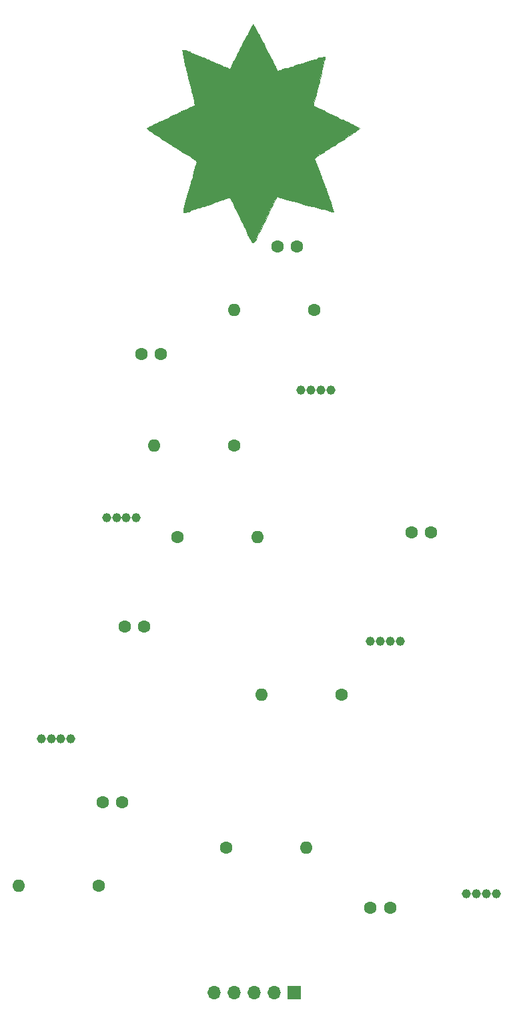
<source format=gbr>
%TF.GenerationSoftware,KiCad,Pcbnew,5.99.0+really5.1.10+dfsg1-1*%
%TF.CreationDate,2021-11-26T09:44:29+01:00*%
%TF.ProjectId,stromcek-led,7374726f-6d63-4656-9b2d-6c65642e6b69,rev?*%
%TF.SameCoordinates,Original*%
%TF.FileFunction,Soldermask,Bot*%
%TF.FilePolarity,Negative*%
%FSLAX46Y46*%
G04 Gerber Fmt 4.6, Leading zero omitted, Abs format (unit mm)*
G04 Created by KiCad (PCBNEW 5.99.0+really5.1.10+dfsg1-1) date 2021-11-26 09:44:29*
%MOMM*%
%LPD*%
G01*
G04 APERTURE LIST*
%ADD10C,0.010000*%
%ADD11O,1.600000X1.600000*%
%ADD12C,1.600000*%
%ADD13C,1.150000*%
%ADD14O,1.700000X1.700000*%
%ADD15R,1.700000X1.700000*%
G04 APERTURE END LIST*
D10*
%TO.C,FID1*%
G36*
X139862859Y-32884421D02*
G01*
X139870000Y-32928103D01*
X139904919Y-33029059D01*
X139995082Y-33190413D01*
X140084559Y-33324978D01*
X140212192Y-33520264D01*
X140310810Y-33699510D01*
X140346331Y-33785500D01*
X140403128Y-33933730D01*
X140448792Y-34013679D01*
X140504219Y-34101872D01*
X140597745Y-34268151D01*
X140709706Y-34477495D01*
X140716199Y-34489929D01*
X140887218Y-34814481D01*
X141014152Y-35046632D01*
X141109085Y-35207884D01*
X141176669Y-35309500D01*
X141236345Y-35428408D01*
X141302634Y-35610275D01*
X141322093Y-35674625D01*
X141378064Y-35837521D01*
X141429413Y-35933572D01*
X141445608Y-35944500D01*
X141499602Y-35992595D01*
X141586934Y-36141860D01*
X141711730Y-36399767D01*
X141778750Y-36547750D01*
X141878455Y-36738184D01*
X141998788Y-36928651D01*
X141998858Y-36928750D01*
X142096352Y-37092516D01*
X142208805Y-37319027D01*
X142287471Y-37500250D01*
X142408596Y-37776491D01*
X142555359Y-38078234D01*
X142647766Y-38252475D01*
X142752913Y-38449095D01*
X142827353Y-38603204D01*
X142854500Y-38679512D01*
X142907033Y-38704547D01*
X143032160Y-38699112D01*
X143181172Y-38670353D01*
X143305361Y-38625415D01*
X143330750Y-38609657D01*
X143431334Y-38563680D01*
X143622684Y-38498206D01*
X143871912Y-38422700D01*
X144146131Y-38346628D01*
X144412453Y-38279456D01*
X144637991Y-38230651D01*
X144664124Y-38225878D01*
X144860117Y-38177144D01*
X145004900Y-38115784D01*
X145045124Y-38083295D01*
X145149960Y-38007786D01*
X145299250Y-37954290D01*
X145494827Y-37910572D01*
X145644050Y-37877268D01*
X145783870Y-37838268D01*
X145851472Y-37810041D01*
X145949219Y-37776049D01*
X146078172Y-37748785D01*
X146259431Y-37705301D01*
X146462556Y-37638566D01*
X146474000Y-37634177D01*
X146690516Y-37558163D01*
X146979168Y-37467056D01*
X147291439Y-37375156D01*
X147578811Y-37296758D01*
X147786320Y-37247452D01*
X147936550Y-37193012D01*
X148021454Y-37117802D01*
X148022452Y-37115369D01*
X148097499Y-37055533D01*
X148273841Y-37027358D01*
X148405009Y-37024000D01*
X148604601Y-37013076D01*
X148748146Y-36984978D01*
X148792390Y-36959464D01*
X148853321Y-36906646D01*
X148891731Y-36955762D01*
X148898523Y-37082459D01*
X148881176Y-37197161D01*
X148839349Y-37396561D01*
X148788183Y-37651751D01*
X148755959Y-37817750D01*
X148706732Y-38045364D01*
X148655104Y-38237737D01*
X148622658Y-38328475D01*
X148578227Y-38464033D01*
X148530652Y-38669243D01*
X148505954Y-38804725D01*
X148458531Y-39068227D01*
X148403222Y-39335852D01*
X148379744Y-39437000D01*
X148323667Y-39670464D01*
X148271206Y-39896181D01*
X148260214Y-39945000D01*
X148204415Y-40139603D01*
X148138072Y-40302272D01*
X148136117Y-40305950D01*
X148080229Y-40474602D01*
X148061500Y-40635577D01*
X148044527Y-40782181D01*
X148005015Y-40861413D01*
X147957180Y-40942890D01*
X147918152Y-41092899D01*
X147916479Y-41103286D01*
X147877430Y-41319321D01*
X147837961Y-41500750D01*
X147800783Y-41669449D01*
X147780616Y-41787616D01*
X147739715Y-41927310D01*
X147721842Y-41961478D01*
X147676492Y-42074076D01*
X147616773Y-42274095D01*
X147552484Y-42524280D01*
X147493423Y-42787373D01*
X147462507Y-42947496D01*
X147443078Y-43089717D01*
X147466141Y-43176456D01*
X147557022Y-43243716D01*
X147724849Y-43320451D01*
X148077431Y-43473395D01*
X148340244Y-43585996D01*
X148539625Y-43669368D01*
X148701915Y-43734627D01*
X148760000Y-43757242D01*
X148913267Y-43824358D01*
X149006796Y-43880068D01*
X149014000Y-43887670D01*
X149083632Y-43933420D01*
X149242711Y-44017232D01*
X149464357Y-44126203D01*
X149721692Y-44247431D01*
X149987835Y-44368015D01*
X150235908Y-44475054D01*
X150249697Y-44480791D01*
X150438802Y-44577306D01*
X150592333Y-44685727D01*
X150617296Y-44709826D01*
X150754087Y-44805241D01*
X150867185Y-44834499D01*
X150987128Y-44860722D01*
X151181842Y-44930038D01*
X151412670Y-45028421D01*
X151452086Y-45046729D01*
X151710040Y-45167429D01*
X151960354Y-45283491D01*
X152150676Y-45370646D01*
X152157250Y-45373616D01*
X152319578Y-45453454D01*
X152426130Y-45518042D01*
X152443000Y-45533694D01*
X152511539Y-45583489D01*
X152662059Y-45671829D01*
X152863037Y-45780287D01*
X152879068Y-45788616D01*
X153283387Y-45998118D01*
X152974741Y-46273559D01*
X152805132Y-46415535D01*
X152666239Y-46514986D01*
X152593091Y-46549000D01*
X152506342Y-46599225D01*
X152488965Y-46630102D01*
X152421275Y-46694593D01*
X152267883Y-46796086D01*
X152057398Y-46916247D01*
X151974171Y-46960022D01*
X151755120Y-47080057D01*
X151587791Y-47185737D01*
X151498497Y-47259864D01*
X151490500Y-47276168D01*
X151438057Y-47344011D01*
X151309307Y-47422867D01*
X151284125Y-47434470D01*
X151118967Y-47520049D01*
X150998688Y-47604075D01*
X150993839Y-47608721D01*
X150875841Y-47680784D01*
X150819214Y-47692000D01*
X150737663Y-47727770D01*
X150728500Y-47755500D01*
X150677067Y-47811835D01*
X150633250Y-47819000D01*
X150548746Y-47853288D01*
X150538000Y-47882500D01*
X150486430Y-47938511D01*
X150440757Y-47946000D01*
X150334495Y-47995142D01*
X150310016Y-48033292D01*
X150235191Y-48110147D01*
X150085716Y-48201833D01*
X150010384Y-48237914D01*
X149844149Y-48315257D01*
X149733036Y-48374486D01*
X149712500Y-48389341D01*
X149624718Y-48459053D01*
X149476931Y-48556859D01*
X149310013Y-48658023D01*
X149164838Y-48737803D01*
X149082279Y-48771461D01*
X149081095Y-48771500D01*
X149004997Y-48821085D01*
X148950500Y-48898500D01*
X148876435Y-48998777D01*
X148829980Y-49025500D01*
X148755670Y-49054669D01*
X148596764Y-49133399D01*
X148379093Y-49248523D01*
X148204236Y-49344467D01*
X147904638Y-49520927D01*
X147711272Y-49663453D01*
X147613058Y-49786759D01*
X147598916Y-49905558D01*
X147657766Y-50034566D01*
X147670489Y-50053267D01*
X147739906Y-50164162D01*
X147757994Y-50216428D01*
X147770087Y-50279055D01*
X147819240Y-50415031D01*
X147838524Y-50462308D01*
X147900787Y-50629824D01*
X147933190Y-50753121D01*
X147934500Y-50768921D01*
X147966932Y-50875490D01*
X147978671Y-50890004D01*
X148028676Y-50988679D01*
X148035400Y-51019736D01*
X148079573Y-51206322D01*
X148141440Y-51336915D01*
X148192779Y-51375000D01*
X148237305Y-51429367D01*
X148252000Y-51533750D01*
X148277326Y-51653024D01*
X148326083Y-51692500D01*
X148369953Y-51716912D01*
X148360351Y-51732315D01*
X148356703Y-51810812D01*
X148397820Y-51955059D01*
X148413267Y-51994070D01*
X148475380Y-52174793D01*
X148505473Y-52325337D01*
X148506000Y-52339790D01*
X148549236Y-52486586D01*
X148601250Y-52558821D01*
X148680796Y-52691984D01*
X148696500Y-52772788D01*
X148726720Y-52892453D01*
X148760000Y-52930750D01*
X148809603Y-53018501D01*
X148823500Y-53121250D01*
X148847469Y-53254219D01*
X148887000Y-53311750D01*
X148940344Y-53401314D01*
X148950500Y-53474247D01*
X148979405Y-53575354D01*
X149017747Y-53597500D01*
X149057002Y-53635769D01*
X149048461Y-53656612D01*
X149056424Y-53738167D01*
X149076464Y-53755609D01*
X149128031Y-53844476D01*
X149141000Y-53937797D01*
X149173201Y-54086006D01*
X149217200Y-54156300D01*
X149257454Y-54220174D01*
X149241646Y-54232500D01*
X149233069Y-54276938D01*
X149282639Y-54375375D01*
X149370007Y-54551076D01*
X149410508Y-54677000D01*
X149456747Y-54848072D01*
X149521027Y-55046636D01*
X149525061Y-55058000D01*
X149591258Y-55243772D01*
X149645687Y-55397406D01*
X149649152Y-55407250D01*
X149696097Y-55539688D01*
X149766001Y-55735778D01*
X149807467Y-55851750D01*
X149880744Y-56081455D01*
X149936560Y-56300748D01*
X149951484Y-56381839D01*
X149981845Y-56594428D01*
X149743398Y-56562295D01*
X149576399Y-56523291D01*
X149469124Y-56468129D01*
X149459518Y-56456648D01*
X149375472Y-56406473D01*
X149208139Y-56356230D01*
X149071167Y-56329578D01*
X148837152Y-56285687D01*
X148541613Y-56220191D01*
X148245081Y-56146578D01*
X148220250Y-56139972D01*
X147975463Y-56074958D01*
X147774118Y-56022480D01*
X147650826Y-55991528D01*
X147634712Y-55987882D01*
X147527661Y-55940078D01*
X147513004Y-55927671D01*
X147423943Y-55896718D01*
X147270620Y-55883506D01*
X147267258Y-55883500D01*
X147080565Y-55864587D01*
X146851689Y-55817098D01*
X146769842Y-55794464D01*
X146599634Y-55750248D01*
X146492684Y-55735947D01*
X146474000Y-55743664D01*
X146438604Y-55740519D01*
X146397799Y-55705699D01*
X146280789Y-55648729D01*
X146143799Y-55629500D01*
X146015626Y-55610684D01*
X145966000Y-55568548D01*
X145950824Y-55537244D01*
X145892447Y-55503740D01*
X145771589Y-55461459D01*
X145568975Y-55403822D01*
X145265325Y-55324250D01*
X145204000Y-55308511D01*
X145058215Y-55269780D01*
X144821884Y-55205458D01*
X144526744Y-55124242D01*
X144204535Y-55034824D01*
X144179296Y-55027788D01*
X143866724Y-54943484D01*
X143588412Y-54873697D01*
X143372358Y-54825087D01*
X143246560Y-54804309D01*
X143238135Y-54804000D01*
X143080490Y-54761596D01*
X143004178Y-54708750D01*
X142904719Y-54631163D01*
X142857056Y-54613500D01*
X142807976Y-54666649D01*
X142723297Y-54805974D01*
X142618301Y-55001285D01*
X142508270Y-55222395D01*
X142408485Y-55439117D01*
X142334229Y-55621263D01*
X142310579Y-55693000D01*
X142262824Y-55824399D01*
X142226147Y-55883500D01*
X142178345Y-55955846D01*
X142089399Y-56119496D01*
X141971027Y-56350274D01*
X141834944Y-56624007D01*
X141692866Y-56916522D01*
X141556511Y-57203644D01*
X141437594Y-57461199D01*
X141347832Y-57665014D01*
X141298940Y-57790915D01*
X141295156Y-57804375D01*
X141246632Y-57930613D01*
X141194623Y-57979000D01*
X141128250Y-58030786D01*
X141099791Y-58090125D01*
X141047209Y-58219964D01*
X140954135Y-58421937D01*
X140835559Y-58666328D01*
X140706470Y-58923423D01*
X140581859Y-59163508D01*
X140476717Y-59356868D01*
X140406034Y-59473789D01*
X140393875Y-59489425D01*
X140324800Y-59625729D01*
X140314500Y-59696104D01*
X140282130Y-59834845D01*
X140199276Y-60018935D01*
X140087321Y-60213541D01*
X139967647Y-60383830D01*
X139861638Y-60494969D01*
X139809358Y-60519000D01*
X139734324Y-60479752D01*
X139692200Y-60442800D01*
X139624657Y-60334466D01*
X139616000Y-60290843D01*
X139565028Y-60204267D01*
X139520750Y-60178536D01*
X139436347Y-60098019D01*
X139425500Y-60052518D01*
X139380617Y-59939424D01*
X139330250Y-59884000D01*
X139249022Y-59764819D01*
X139235000Y-59696952D01*
X139208606Y-59608238D01*
X139136911Y-59430406D01*
X139122405Y-59397166D01*
X139764166Y-59397166D01*
X139772883Y-59434917D01*
X139806500Y-59439500D01*
X139858767Y-59416266D01*
X139848833Y-59397166D01*
X139773473Y-59389566D01*
X139764166Y-59397166D01*
X139122405Y-59397166D01*
X139031148Y-59188059D01*
X138902546Y-58905802D01*
X138762336Y-58608241D01*
X138621751Y-58319980D01*
X138492021Y-58065624D01*
X138479812Y-58042500D01*
X138422171Y-57932656D01*
X138361130Y-57813324D01*
X138287296Y-57665443D01*
X138191277Y-57469954D01*
X138063680Y-57207794D01*
X137895112Y-56859904D01*
X137791390Y-56645500D01*
X137613967Y-56277420D01*
X137441716Y-55917897D01*
X137288019Y-55595014D01*
X137166255Y-55336857D01*
X137103143Y-55200875D01*
X137001827Y-54990036D01*
X136923804Y-54870827D01*
X136843970Y-54817456D01*
X136737221Y-54804137D01*
X136716799Y-54804000D01*
X136563524Y-54821909D01*
X136474279Y-54865234D01*
X136472750Y-54867500D01*
X136382822Y-54921609D01*
X136315398Y-54931000D01*
X136174705Y-54958941D01*
X136017521Y-55021456D01*
X135840463Y-55095025D01*
X135618358Y-55168055D01*
X135552000Y-55186395D01*
X135357559Y-55242054D01*
X135205264Y-55294274D01*
X135168915Y-55310114D01*
X135039791Y-55358069D01*
X134864841Y-55404757D01*
X134863000Y-55405163D01*
X134709730Y-55462643D01*
X134620546Y-55540061D01*
X134618122Y-55545562D01*
X134576299Y-55605360D01*
X134528135Y-55555449D01*
X134483132Y-55507082D01*
X134473472Y-55550125D01*
X134419582Y-55614578D01*
X134345500Y-55629500D01*
X134242249Y-55651697D01*
X134218500Y-55682416D01*
X134167757Y-55736138D01*
X134139125Y-55742195D01*
X133938652Y-55775956D01*
X133807861Y-55830026D01*
X133797004Y-55839328D01*
X133706558Y-55871876D01*
X133575071Y-55883500D01*
X133389896Y-55909312D01*
X133191452Y-55971510D01*
X133188779Y-55972647D01*
X133020812Y-56037483D01*
X132811583Y-56109162D01*
X132603377Y-56174322D01*
X132438477Y-56219599D01*
X132366416Y-56232526D01*
X132286630Y-56271022D01*
X132276458Y-56280375D01*
X132180633Y-56318368D01*
X132083821Y-56328000D01*
X131948041Y-56363674D01*
X131888030Y-56417670D01*
X131804809Y-56476441D01*
X131639276Y-56544749D01*
X131432636Y-56610661D01*
X131226095Y-56662241D01*
X131060857Y-56687557D01*
X130983753Y-56679569D01*
X130959334Y-56602471D01*
X130958425Y-56450084D01*
X130976717Y-56271038D01*
X131009899Y-56113957D01*
X131040255Y-56042250D01*
X131072051Y-55942045D01*
X131097082Y-55772753D01*
X131101101Y-55724750D01*
X131128075Y-55541995D01*
X131172553Y-55409063D01*
X131184196Y-55391375D01*
X131222562Y-55323322D01*
X131213265Y-55312000D01*
X131211157Y-55260909D01*
X131251708Y-55134429D01*
X131266472Y-55097815D01*
X131315305Y-54947699D01*
X131321038Y-54852014D01*
X131316148Y-54843815D01*
X131322361Y-54806071D01*
X131340753Y-54804000D01*
X131387661Y-54748755D01*
X131410523Y-54615762D01*
X131410565Y-54614347D01*
X131430488Y-54450119D01*
X131466016Y-54344472D01*
X131519507Y-54212676D01*
X131534366Y-54146722D01*
X131562641Y-54030791D01*
X131620083Y-53834949D01*
X131694822Y-53599468D01*
X131702813Y-53575222D01*
X131792019Y-53289879D01*
X131876464Y-52993757D01*
X131932800Y-52772000D01*
X131986749Y-52566118D01*
X132040681Y-52407714D01*
X132070043Y-52350059D01*
X132115255Y-52250843D01*
X132115146Y-52223059D01*
X132124917Y-52120863D01*
X132139954Y-52073500D01*
X132162345Y-52005517D01*
X132186923Y-51902620D01*
X132218956Y-51738890D01*
X132263714Y-51488410D01*
X132291779Y-51326786D01*
X132332050Y-51174530D01*
X132381057Y-51086986D01*
X132384015Y-51084913D01*
X132424963Y-51002338D01*
X132440500Y-50867000D01*
X132461878Y-50720732D01*
X132508329Y-50642074D01*
X132550544Y-50555224D01*
X132542852Y-50513360D01*
X132547229Y-50413994D01*
X132570273Y-50389036D01*
X132633447Y-50292306D01*
X132595681Y-50166999D01*
X132469204Y-50042167D01*
X132408750Y-50005309D01*
X132267987Y-49918336D01*
X132191253Y-49849205D01*
X132186500Y-49836559D01*
X132135236Y-49792300D01*
X132096541Y-49787500D01*
X132000130Y-49744991D01*
X131982805Y-49716166D01*
X131903189Y-49630503D01*
X131708980Y-49501313D01*
X131404016Y-49330933D01*
X131066803Y-49158555D01*
X130864396Y-49047238D01*
X130710794Y-48942525D01*
X130640170Y-48868402D01*
X130555736Y-48782899D01*
X130505742Y-48771500D01*
X130419967Y-48737824D01*
X130408500Y-48708000D01*
X130358968Y-48647963D01*
X130335118Y-48644500D01*
X130239629Y-48609413D01*
X130097150Y-48522750D01*
X130065243Y-48499954D01*
X129875166Y-48375117D01*
X129656436Y-48251221D01*
X129614750Y-48230079D01*
X129447665Y-48136063D01*
X129331009Y-48049455D01*
X129309969Y-48025375D01*
X129207832Y-47952554D01*
X129167094Y-47946000D01*
X129084635Y-47910693D01*
X129075000Y-47882500D01*
X129023567Y-47826164D01*
X128979750Y-47819000D01*
X128895246Y-47784711D01*
X128884500Y-47755500D01*
X128833398Y-47698414D01*
X128793785Y-47692000D01*
X128673304Y-47650332D01*
X128619160Y-47608721D01*
X128504464Y-47526312D01*
X128340181Y-47439521D01*
X128328875Y-47434470D01*
X128191628Y-47354742D01*
X128123986Y-47277735D01*
X128122500Y-47268028D01*
X128069831Y-47190215D01*
X127995500Y-47152250D01*
X127892876Y-47095240D01*
X127868500Y-47052720D01*
X127817595Y-46998915D01*
X127781248Y-46993500D01*
X127675752Y-46964298D01*
X127517620Y-46891285D01*
X127345497Y-46796348D01*
X127198030Y-46701374D01*
X127113863Y-46628250D01*
X127106500Y-46611350D01*
X127054478Y-46550298D01*
X126988537Y-46520118D01*
X126877843Y-46457588D01*
X126718682Y-46336600D01*
X126603457Y-46236076D01*
X126336340Y-45989475D01*
X126753170Y-45784270D01*
X126955444Y-45679308D01*
X127103597Y-45592169D01*
X127169054Y-45539839D01*
X127170000Y-45536503D01*
X127222902Y-45488541D01*
X127356943Y-45415695D01*
X127439875Y-45377998D01*
X127634695Y-45291631D01*
X127889961Y-45174952D01*
X128151650Y-45052664D01*
X128160913Y-45048278D01*
X128393842Y-44945726D01*
X128597197Y-44870039D01*
X128732405Y-44835315D01*
X128745814Y-44834500D01*
X128889532Y-44789852D01*
X128996360Y-44709121D01*
X129111726Y-44623041D01*
X129305458Y-44514431D01*
X129537166Y-44405776D01*
X129554459Y-44398457D01*
X129951405Y-44229518D01*
X130241983Y-44100066D01*
X130438375Y-44004042D01*
X130552766Y-43935389D01*
X130597337Y-43888048D01*
X130599000Y-43879028D01*
X130650536Y-43825448D01*
X130695111Y-43818500D01*
X130831572Y-43788880D01*
X130901486Y-43757940D01*
X131002756Y-43709353D01*
X131192261Y-43624326D01*
X131441157Y-43515635D01*
X131671349Y-43416957D01*
X131940397Y-43296902D01*
X132165716Y-43185732D01*
X132321361Y-43096931D01*
X132379618Y-43048891D01*
X132388203Y-42948485D01*
X132366523Y-42762865D01*
X132319233Y-42528921D01*
X132308479Y-42485000D01*
X132250153Y-42235193D01*
X132207195Y-42017061D01*
X132187917Y-41873387D01*
X132187585Y-41862721D01*
X132157383Y-41698257D01*
X132096239Y-41542148D01*
X132022072Y-41350130D01*
X131975056Y-41148426D01*
X131951612Y-41003113D01*
X131934206Y-40930983D01*
X131932500Y-40929250D01*
X131916980Y-40873790D01*
X131893927Y-40737483D01*
X131889842Y-40709189D01*
X131851833Y-40525628D01*
X131802524Y-40384043D01*
X131800409Y-40379988D01*
X131749690Y-40231781D01*
X131742000Y-40165146D01*
X131716828Y-40035964D01*
X131655871Y-39867862D01*
X131652086Y-39859346D01*
X131587487Y-39690672D01*
X131533218Y-39484365D01*
X131481413Y-39206731D01*
X131445946Y-38976226D01*
X131409530Y-38812596D01*
X131363837Y-38711303D01*
X131354292Y-38702604D01*
X131315558Y-38621032D01*
X131297645Y-38469678D01*
X131297500Y-38454294D01*
X131281526Y-38304102D01*
X131242569Y-38222421D01*
X131237572Y-38219916D01*
X131193878Y-38149721D01*
X131152918Y-37996899D01*
X131139145Y-37913000D01*
X131105709Y-37676427D01*
X131076338Y-37507050D01*
X131040297Y-37345931D01*
X131023471Y-37278000D01*
X130955927Y-36950701D01*
X130892125Y-36528547D01*
X130872713Y-36373125D01*
X130836841Y-36071500D01*
X131055034Y-36071500D01*
X131243504Y-36098387D01*
X131394453Y-36163213D01*
X131396488Y-36164730D01*
X131551268Y-36240595D01*
X131655831Y-36259980D01*
X131781066Y-36301054D01*
X131828463Y-36357249D01*
X131906662Y-36441612D01*
X131950329Y-36452500D01*
X132057006Y-36478680D01*
X132223082Y-36544395D01*
X132289978Y-36575380D01*
X132491115Y-36663451D01*
X132676096Y-36730177D01*
X132714655Y-36741014D01*
X132838906Y-36791375D01*
X132885000Y-36844131D01*
X132922581Y-36878849D01*
X132937177Y-36872247D01*
X133025775Y-36875031D01*
X133149460Y-36923062D01*
X133325260Y-36992743D01*
X133531812Y-37047772D01*
X133541782Y-37049690D01*
X133692167Y-37091400D01*
X133770709Y-37139530D01*
X133774000Y-37149598D01*
X133826874Y-37209674D01*
X133916875Y-37250254D01*
X134063221Y-37304620D01*
X134257789Y-37387446D01*
X134325373Y-37418278D01*
X134506227Y-37496346D01*
X134649065Y-37547355D01*
X134684092Y-37555653D01*
X134817430Y-37605365D01*
X134862969Y-37634470D01*
X134973578Y-37691566D01*
X135151995Y-37759234D01*
X135234500Y-37785603D01*
X135418004Y-37847718D01*
X135550651Y-37905064D01*
X135580574Y-37924041D01*
X135696809Y-37973921D01*
X135726105Y-37976499D01*
X135831528Y-38016826D01*
X135947628Y-38103499D01*
X136092609Y-38197574D01*
X136217297Y-38230499D01*
X136360452Y-38258853D01*
X136541921Y-38328721D01*
X136575614Y-38345194D01*
X136783731Y-38426084D01*
X136909159Y-38415536D01*
X136949000Y-38320458D01*
X136985030Y-38239407D01*
X137012500Y-38230500D01*
X137070465Y-38179815D01*
X137076000Y-38145006D01*
X137101798Y-38030025D01*
X137163342Y-37875131D01*
X137253045Y-37678707D01*
X137337593Y-37484374D01*
X137407510Y-37347302D01*
X137465979Y-37279546D01*
X137472501Y-37277999D01*
X137515294Y-37226438D01*
X137520500Y-37183983D01*
X137552861Y-37083316D01*
X137636934Y-36916872D01*
X137733027Y-36755358D01*
X137854625Y-36547156D01*
X137948996Y-36355244D01*
X137987122Y-36250565D01*
X138054190Y-36084654D01*
X138125725Y-35983346D01*
X138210166Y-35860758D01*
X138294270Y-35682567D01*
X138308099Y-35645531D01*
X138402868Y-35420051D01*
X138517946Y-35197237D01*
X138526659Y-35182500D01*
X138626176Y-35005371D01*
X138750135Y-34769715D01*
X138851467Y-34567569D01*
X138956075Y-34364838D01*
X139046281Y-34210566D01*
X139102584Y-34138096D01*
X139102644Y-34138059D01*
X139159129Y-34058273D01*
X139224308Y-33906763D01*
X139238889Y-33863990D01*
X139322172Y-33673553D01*
X139449867Y-33450133D01*
X139529272Y-33332492D01*
X139646905Y-33153480D01*
X139724533Y-33002651D01*
X139743000Y-32935617D01*
X139775126Y-32846488D01*
X139806500Y-32833000D01*
X139862859Y-32884421D01*
G37*
X139862859Y-32884421D02*
X139870000Y-32928103D01*
X139904919Y-33029059D01*
X139995082Y-33190413D01*
X140084559Y-33324978D01*
X140212192Y-33520264D01*
X140310810Y-33699510D01*
X140346331Y-33785500D01*
X140403128Y-33933730D01*
X140448792Y-34013679D01*
X140504219Y-34101872D01*
X140597745Y-34268151D01*
X140709706Y-34477495D01*
X140716199Y-34489929D01*
X140887218Y-34814481D01*
X141014152Y-35046632D01*
X141109085Y-35207884D01*
X141176669Y-35309500D01*
X141236345Y-35428408D01*
X141302634Y-35610275D01*
X141322093Y-35674625D01*
X141378064Y-35837521D01*
X141429413Y-35933572D01*
X141445608Y-35944500D01*
X141499602Y-35992595D01*
X141586934Y-36141860D01*
X141711730Y-36399767D01*
X141778750Y-36547750D01*
X141878455Y-36738184D01*
X141998788Y-36928651D01*
X141998858Y-36928750D01*
X142096352Y-37092516D01*
X142208805Y-37319027D01*
X142287471Y-37500250D01*
X142408596Y-37776491D01*
X142555359Y-38078234D01*
X142647766Y-38252475D01*
X142752913Y-38449095D01*
X142827353Y-38603204D01*
X142854500Y-38679512D01*
X142907033Y-38704547D01*
X143032160Y-38699112D01*
X143181172Y-38670353D01*
X143305361Y-38625415D01*
X143330750Y-38609657D01*
X143431334Y-38563680D01*
X143622684Y-38498206D01*
X143871912Y-38422700D01*
X144146131Y-38346628D01*
X144412453Y-38279456D01*
X144637991Y-38230651D01*
X144664124Y-38225878D01*
X144860117Y-38177144D01*
X145004900Y-38115784D01*
X145045124Y-38083295D01*
X145149960Y-38007786D01*
X145299250Y-37954290D01*
X145494827Y-37910572D01*
X145644050Y-37877268D01*
X145783870Y-37838268D01*
X145851472Y-37810041D01*
X145949219Y-37776049D01*
X146078172Y-37748785D01*
X146259431Y-37705301D01*
X146462556Y-37638566D01*
X146474000Y-37634177D01*
X146690516Y-37558163D01*
X146979168Y-37467056D01*
X147291439Y-37375156D01*
X147578811Y-37296758D01*
X147786320Y-37247452D01*
X147936550Y-37193012D01*
X148021454Y-37117802D01*
X148022452Y-37115369D01*
X148097499Y-37055533D01*
X148273841Y-37027358D01*
X148405009Y-37024000D01*
X148604601Y-37013076D01*
X148748146Y-36984978D01*
X148792390Y-36959464D01*
X148853321Y-36906646D01*
X148891731Y-36955762D01*
X148898523Y-37082459D01*
X148881176Y-37197161D01*
X148839349Y-37396561D01*
X148788183Y-37651751D01*
X148755959Y-37817750D01*
X148706732Y-38045364D01*
X148655104Y-38237737D01*
X148622658Y-38328475D01*
X148578227Y-38464033D01*
X148530652Y-38669243D01*
X148505954Y-38804725D01*
X148458531Y-39068227D01*
X148403222Y-39335852D01*
X148379744Y-39437000D01*
X148323667Y-39670464D01*
X148271206Y-39896181D01*
X148260214Y-39945000D01*
X148204415Y-40139603D01*
X148138072Y-40302272D01*
X148136117Y-40305950D01*
X148080229Y-40474602D01*
X148061500Y-40635577D01*
X148044527Y-40782181D01*
X148005015Y-40861413D01*
X147957180Y-40942890D01*
X147918152Y-41092899D01*
X147916479Y-41103286D01*
X147877430Y-41319321D01*
X147837961Y-41500750D01*
X147800783Y-41669449D01*
X147780616Y-41787616D01*
X147739715Y-41927310D01*
X147721842Y-41961478D01*
X147676492Y-42074076D01*
X147616773Y-42274095D01*
X147552484Y-42524280D01*
X147493423Y-42787373D01*
X147462507Y-42947496D01*
X147443078Y-43089717D01*
X147466141Y-43176456D01*
X147557022Y-43243716D01*
X147724849Y-43320451D01*
X148077431Y-43473395D01*
X148340244Y-43585996D01*
X148539625Y-43669368D01*
X148701915Y-43734627D01*
X148760000Y-43757242D01*
X148913267Y-43824358D01*
X149006796Y-43880068D01*
X149014000Y-43887670D01*
X149083632Y-43933420D01*
X149242711Y-44017232D01*
X149464357Y-44126203D01*
X149721692Y-44247431D01*
X149987835Y-44368015D01*
X150235908Y-44475054D01*
X150249697Y-44480791D01*
X150438802Y-44577306D01*
X150592333Y-44685727D01*
X150617296Y-44709826D01*
X150754087Y-44805241D01*
X150867185Y-44834499D01*
X150987128Y-44860722D01*
X151181842Y-44930038D01*
X151412670Y-45028421D01*
X151452086Y-45046729D01*
X151710040Y-45167429D01*
X151960354Y-45283491D01*
X152150676Y-45370646D01*
X152157250Y-45373616D01*
X152319578Y-45453454D01*
X152426130Y-45518042D01*
X152443000Y-45533694D01*
X152511539Y-45583489D01*
X152662059Y-45671829D01*
X152863037Y-45780287D01*
X152879068Y-45788616D01*
X153283387Y-45998118D01*
X152974741Y-46273559D01*
X152805132Y-46415535D01*
X152666239Y-46514986D01*
X152593091Y-46549000D01*
X152506342Y-46599225D01*
X152488965Y-46630102D01*
X152421275Y-46694593D01*
X152267883Y-46796086D01*
X152057398Y-46916247D01*
X151974171Y-46960022D01*
X151755120Y-47080057D01*
X151587791Y-47185737D01*
X151498497Y-47259864D01*
X151490500Y-47276168D01*
X151438057Y-47344011D01*
X151309307Y-47422867D01*
X151284125Y-47434470D01*
X151118967Y-47520049D01*
X150998688Y-47604075D01*
X150993839Y-47608721D01*
X150875841Y-47680784D01*
X150819214Y-47692000D01*
X150737663Y-47727770D01*
X150728500Y-47755500D01*
X150677067Y-47811835D01*
X150633250Y-47819000D01*
X150548746Y-47853288D01*
X150538000Y-47882500D01*
X150486430Y-47938511D01*
X150440757Y-47946000D01*
X150334495Y-47995142D01*
X150310016Y-48033292D01*
X150235191Y-48110147D01*
X150085716Y-48201833D01*
X150010384Y-48237914D01*
X149844149Y-48315257D01*
X149733036Y-48374486D01*
X149712500Y-48389341D01*
X149624718Y-48459053D01*
X149476931Y-48556859D01*
X149310013Y-48658023D01*
X149164838Y-48737803D01*
X149082279Y-48771461D01*
X149081095Y-48771500D01*
X149004997Y-48821085D01*
X148950500Y-48898500D01*
X148876435Y-48998777D01*
X148829980Y-49025500D01*
X148755670Y-49054669D01*
X148596764Y-49133399D01*
X148379093Y-49248523D01*
X148204236Y-49344467D01*
X147904638Y-49520927D01*
X147711272Y-49663453D01*
X147613058Y-49786759D01*
X147598916Y-49905558D01*
X147657766Y-50034566D01*
X147670489Y-50053267D01*
X147739906Y-50164162D01*
X147757994Y-50216428D01*
X147770087Y-50279055D01*
X147819240Y-50415031D01*
X147838524Y-50462308D01*
X147900787Y-50629824D01*
X147933190Y-50753121D01*
X147934500Y-50768921D01*
X147966932Y-50875490D01*
X147978671Y-50890004D01*
X148028676Y-50988679D01*
X148035400Y-51019736D01*
X148079573Y-51206322D01*
X148141440Y-51336915D01*
X148192779Y-51375000D01*
X148237305Y-51429367D01*
X148252000Y-51533750D01*
X148277326Y-51653024D01*
X148326083Y-51692500D01*
X148369953Y-51716912D01*
X148360351Y-51732315D01*
X148356703Y-51810812D01*
X148397820Y-51955059D01*
X148413267Y-51994070D01*
X148475380Y-52174793D01*
X148505473Y-52325337D01*
X148506000Y-52339790D01*
X148549236Y-52486586D01*
X148601250Y-52558821D01*
X148680796Y-52691984D01*
X148696500Y-52772788D01*
X148726720Y-52892453D01*
X148760000Y-52930750D01*
X148809603Y-53018501D01*
X148823500Y-53121250D01*
X148847469Y-53254219D01*
X148887000Y-53311750D01*
X148940344Y-53401314D01*
X148950500Y-53474247D01*
X148979405Y-53575354D01*
X149017747Y-53597500D01*
X149057002Y-53635769D01*
X149048461Y-53656612D01*
X149056424Y-53738167D01*
X149076464Y-53755609D01*
X149128031Y-53844476D01*
X149141000Y-53937797D01*
X149173201Y-54086006D01*
X149217200Y-54156300D01*
X149257454Y-54220174D01*
X149241646Y-54232500D01*
X149233069Y-54276938D01*
X149282639Y-54375375D01*
X149370007Y-54551076D01*
X149410508Y-54677000D01*
X149456747Y-54848072D01*
X149521027Y-55046636D01*
X149525061Y-55058000D01*
X149591258Y-55243772D01*
X149645687Y-55397406D01*
X149649152Y-55407250D01*
X149696097Y-55539688D01*
X149766001Y-55735778D01*
X149807467Y-55851750D01*
X149880744Y-56081455D01*
X149936560Y-56300748D01*
X149951484Y-56381839D01*
X149981845Y-56594428D01*
X149743398Y-56562295D01*
X149576399Y-56523291D01*
X149469124Y-56468129D01*
X149459518Y-56456648D01*
X149375472Y-56406473D01*
X149208139Y-56356230D01*
X149071167Y-56329578D01*
X148837152Y-56285687D01*
X148541613Y-56220191D01*
X148245081Y-56146578D01*
X148220250Y-56139972D01*
X147975463Y-56074958D01*
X147774118Y-56022480D01*
X147650826Y-55991528D01*
X147634712Y-55987882D01*
X147527661Y-55940078D01*
X147513004Y-55927671D01*
X147423943Y-55896718D01*
X147270620Y-55883506D01*
X147267258Y-55883500D01*
X147080565Y-55864587D01*
X146851689Y-55817098D01*
X146769842Y-55794464D01*
X146599634Y-55750248D01*
X146492684Y-55735947D01*
X146474000Y-55743664D01*
X146438604Y-55740519D01*
X146397799Y-55705699D01*
X146280789Y-55648729D01*
X146143799Y-55629500D01*
X146015626Y-55610684D01*
X145966000Y-55568548D01*
X145950824Y-55537244D01*
X145892447Y-55503740D01*
X145771589Y-55461459D01*
X145568975Y-55403822D01*
X145265325Y-55324250D01*
X145204000Y-55308511D01*
X145058215Y-55269780D01*
X144821884Y-55205458D01*
X144526744Y-55124242D01*
X144204535Y-55034824D01*
X144179296Y-55027788D01*
X143866724Y-54943484D01*
X143588412Y-54873697D01*
X143372358Y-54825087D01*
X143246560Y-54804309D01*
X143238135Y-54804000D01*
X143080490Y-54761596D01*
X143004178Y-54708750D01*
X142904719Y-54631163D01*
X142857056Y-54613500D01*
X142807976Y-54666649D01*
X142723297Y-54805974D01*
X142618301Y-55001285D01*
X142508270Y-55222395D01*
X142408485Y-55439117D01*
X142334229Y-55621263D01*
X142310579Y-55693000D01*
X142262824Y-55824399D01*
X142226147Y-55883500D01*
X142178345Y-55955846D01*
X142089399Y-56119496D01*
X141971027Y-56350274D01*
X141834944Y-56624007D01*
X141692866Y-56916522D01*
X141556511Y-57203644D01*
X141437594Y-57461199D01*
X141347832Y-57665014D01*
X141298940Y-57790915D01*
X141295156Y-57804375D01*
X141246632Y-57930613D01*
X141194623Y-57979000D01*
X141128250Y-58030786D01*
X141099791Y-58090125D01*
X141047209Y-58219964D01*
X140954135Y-58421937D01*
X140835559Y-58666328D01*
X140706470Y-58923423D01*
X140581859Y-59163508D01*
X140476717Y-59356868D01*
X140406034Y-59473789D01*
X140393875Y-59489425D01*
X140324800Y-59625729D01*
X140314500Y-59696104D01*
X140282130Y-59834845D01*
X140199276Y-60018935D01*
X140087321Y-60213541D01*
X139967647Y-60383830D01*
X139861638Y-60494969D01*
X139809358Y-60519000D01*
X139734324Y-60479752D01*
X139692200Y-60442800D01*
X139624657Y-60334466D01*
X139616000Y-60290843D01*
X139565028Y-60204267D01*
X139520750Y-60178536D01*
X139436347Y-60098019D01*
X139425500Y-60052518D01*
X139380617Y-59939424D01*
X139330250Y-59884000D01*
X139249022Y-59764819D01*
X139235000Y-59696952D01*
X139208606Y-59608238D01*
X139136911Y-59430406D01*
X139122405Y-59397166D01*
X139764166Y-59397166D01*
X139772883Y-59434917D01*
X139806500Y-59439500D01*
X139858767Y-59416266D01*
X139848833Y-59397166D01*
X139773473Y-59389566D01*
X139764166Y-59397166D01*
X139122405Y-59397166D01*
X139031148Y-59188059D01*
X138902546Y-58905802D01*
X138762336Y-58608241D01*
X138621751Y-58319980D01*
X138492021Y-58065624D01*
X138479812Y-58042500D01*
X138422171Y-57932656D01*
X138361130Y-57813324D01*
X138287296Y-57665443D01*
X138191277Y-57469954D01*
X138063680Y-57207794D01*
X137895112Y-56859904D01*
X137791390Y-56645500D01*
X137613967Y-56277420D01*
X137441716Y-55917897D01*
X137288019Y-55595014D01*
X137166255Y-55336857D01*
X137103143Y-55200875D01*
X137001827Y-54990036D01*
X136923804Y-54870827D01*
X136843970Y-54817456D01*
X136737221Y-54804137D01*
X136716799Y-54804000D01*
X136563524Y-54821909D01*
X136474279Y-54865234D01*
X136472750Y-54867500D01*
X136382822Y-54921609D01*
X136315398Y-54931000D01*
X136174705Y-54958941D01*
X136017521Y-55021456D01*
X135840463Y-55095025D01*
X135618358Y-55168055D01*
X135552000Y-55186395D01*
X135357559Y-55242054D01*
X135205264Y-55294274D01*
X135168915Y-55310114D01*
X135039791Y-55358069D01*
X134864841Y-55404757D01*
X134863000Y-55405163D01*
X134709730Y-55462643D01*
X134620546Y-55540061D01*
X134618122Y-55545562D01*
X134576299Y-55605360D01*
X134528135Y-55555449D01*
X134483132Y-55507082D01*
X134473472Y-55550125D01*
X134419582Y-55614578D01*
X134345500Y-55629500D01*
X134242249Y-55651697D01*
X134218500Y-55682416D01*
X134167757Y-55736138D01*
X134139125Y-55742195D01*
X133938652Y-55775956D01*
X133807861Y-55830026D01*
X133797004Y-55839328D01*
X133706558Y-55871876D01*
X133575071Y-55883500D01*
X133389896Y-55909312D01*
X133191452Y-55971510D01*
X133188779Y-55972647D01*
X133020812Y-56037483D01*
X132811583Y-56109162D01*
X132603377Y-56174322D01*
X132438477Y-56219599D01*
X132366416Y-56232526D01*
X132286630Y-56271022D01*
X132276458Y-56280375D01*
X132180633Y-56318368D01*
X132083821Y-56328000D01*
X131948041Y-56363674D01*
X131888030Y-56417670D01*
X131804809Y-56476441D01*
X131639276Y-56544749D01*
X131432636Y-56610661D01*
X131226095Y-56662241D01*
X131060857Y-56687557D01*
X130983753Y-56679569D01*
X130959334Y-56602471D01*
X130958425Y-56450084D01*
X130976717Y-56271038D01*
X131009899Y-56113957D01*
X131040255Y-56042250D01*
X131072051Y-55942045D01*
X131097082Y-55772753D01*
X131101101Y-55724750D01*
X131128075Y-55541995D01*
X131172553Y-55409063D01*
X131184196Y-55391375D01*
X131222562Y-55323322D01*
X131213265Y-55312000D01*
X131211157Y-55260909D01*
X131251708Y-55134429D01*
X131266472Y-55097815D01*
X131315305Y-54947699D01*
X131321038Y-54852014D01*
X131316148Y-54843815D01*
X131322361Y-54806071D01*
X131340753Y-54804000D01*
X131387661Y-54748755D01*
X131410523Y-54615762D01*
X131410565Y-54614347D01*
X131430488Y-54450119D01*
X131466016Y-54344472D01*
X131519507Y-54212676D01*
X131534366Y-54146722D01*
X131562641Y-54030791D01*
X131620083Y-53834949D01*
X131694822Y-53599468D01*
X131702813Y-53575222D01*
X131792019Y-53289879D01*
X131876464Y-52993757D01*
X131932800Y-52772000D01*
X131986749Y-52566118D01*
X132040681Y-52407714D01*
X132070043Y-52350059D01*
X132115255Y-52250843D01*
X132115146Y-52223059D01*
X132124917Y-52120863D01*
X132139954Y-52073500D01*
X132162345Y-52005517D01*
X132186923Y-51902620D01*
X132218956Y-51738890D01*
X132263714Y-51488410D01*
X132291779Y-51326786D01*
X132332050Y-51174530D01*
X132381057Y-51086986D01*
X132384015Y-51084913D01*
X132424963Y-51002338D01*
X132440500Y-50867000D01*
X132461878Y-50720732D01*
X132508329Y-50642074D01*
X132550544Y-50555224D01*
X132542852Y-50513360D01*
X132547229Y-50413994D01*
X132570273Y-50389036D01*
X132633447Y-50292306D01*
X132595681Y-50166999D01*
X132469204Y-50042167D01*
X132408750Y-50005309D01*
X132267987Y-49918336D01*
X132191253Y-49849205D01*
X132186500Y-49836559D01*
X132135236Y-49792300D01*
X132096541Y-49787500D01*
X132000130Y-49744991D01*
X131982805Y-49716166D01*
X131903189Y-49630503D01*
X131708980Y-49501313D01*
X131404016Y-49330933D01*
X131066803Y-49158555D01*
X130864396Y-49047238D01*
X130710794Y-48942525D01*
X130640170Y-48868402D01*
X130555736Y-48782899D01*
X130505742Y-48771500D01*
X130419967Y-48737824D01*
X130408500Y-48708000D01*
X130358968Y-48647963D01*
X130335118Y-48644500D01*
X130239629Y-48609413D01*
X130097150Y-48522750D01*
X130065243Y-48499954D01*
X129875166Y-48375117D01*
X129656436Y-48251221D01*
X129614750Y-48230079D01*
X129447665Y-48136063D01*
X129331009Y-48049455D01*
X129309969Y-48025375D01*
X129207832Y-47952554D01*
X129167094Y-47946000D01*
X129084635Y-47910693D01*
X129075000Y-47882500D01*
X129023567Y-47826164D01*
X128979750Y-47819000D01*
X128895246Y-47784711D01*
X128884500Y-47755500D01*
X128833398Y-47698414D01*
X128793785Y-47692000D01*
X128673304Y-47650332D01*
X128619160Y-47608721D01*
X128504464Y-47526312D01*
X128340181Y-47439521D01*
X128328875Y-47434470D01*
X128191628Y-47354742D01*
X128123986Y-47277735D01*
X128122500Y-47268028D01*
X128069831Y-47190215D01*
X127995500Y-47152250D01*
X127892876Y-47095240D01*
X127868500Y-47052720D01*
X127817595Y-46998915D01*
X127781248Y-46993500D01*
X127675752Y-46964298D01*
X127517620Y-46891285D01*
X127345497Y-46796348D01*
X127198030Y-46701374D01*
X127113863Y-46628250D01*
X127106500Y-46611350D01*
X127054478Y-46550298D01*
X126988537Y-46520118D01*
X126877843Y-46457588D01*
X126718682Y-46336600D01*
X126603457Y-46236076D01*
X126336340Y-45989475D01*
X126753170Y-45784270D01*
X126955444Y-45679308D01*
X127103597Y-45592169D01*
X127169054Y-45539839D01*
X127170000Y-45536503D01*
X127222902Y-45488541D01*
X127356943Y-45415695D01*
X127439875Y-45377998D01*
X127634695Y-45291631D01*
X127889961Y-45174952D01*
X128151650Y-45052664D01*
X128160913Y-45048278D01*
X128393842Y-44945726D01*
X128597197Y-44870039D01*
X128732405Y-44835315D01*
X128745814Y-44834500D01*
X128889532Y-44789852D01*
X128996360Y-44709121D01*
X129111726Y-44623041D01*
X129305458Y-44514431D01*
X129537166Y-44405776D01*
X129554459Y-44398457D01*
X129951405Y-44229518D01*
X130241983Y-44100066D01*
X130438375Y-44004042D01*
X130552766Y-43935389D01*
X130597337Y-43888048D01*
X130599000Y-43879028D01*
X130650536Y-43825448D01*
X130695111Y-43818500D01*
X130831572Y-43788880D01*
X130901486Y-43757940D01*
X131002756Y-43709353D01*
X131192261Y-43624326D01*
X131441157Y-43515635D01*
X131671349Y-43416957D01*
X131940397Y-43296902D01*
X132165716Y-43185732D01*
X132321361Y-43096931D01*
X132379618Y-43048891D01*
X132388203Y-42948485D01*
X132366523Y-42762865D01*
X132319233Y-42528921D01*
X132308479Y-42485000D01*
X132250153Y-42235193D01*
X132207195Y-42017061D01*
X132187917Y-41873387D01*
X132187585Y-41862721D01*
X132157383Y-41698257D01*
X132096239Y-41542148D01*
X132022072Y-41350130D01*
X131975056Y-41148426D01*
X131951612Y-41003113D01*
X131934206Y-40930983D01*
X131932500Y-40929250D01*
X131916980Y-40873790D01*
X131893927Y-40737483D01*
X131889842Y-40709189D01*
X131851833Y-40525628D01*
X131802524Y-40384043D01*
X131800409Y-40379988D01*
X131749690Y-40231781D01*
X131742000Y-40165146D01*
X131716828Y-40035964D01*
X131655871Y-39867862D01*
X131652086Y-39859346D01*
X131587487Y-39690672D01*
X131533218Y-39484365D01*
X131481413Y-39206731D01*
X131445946Y-38976226D01*
X131409530Y-38812596D01*
X131363837Y-38711303D01*
X131354292Y-38702604D01*
X131315558Y-38621032D01*
X131297645Y-38469678D01*
X131297500Y-38454294D01*
X131281526Y-38304102D01*
X131242569Y-38222421D01*
X131237572Y-38219916D01*
X131193878Y-38149721D01*
X131152918Y-37996899D01*
X131139145Y-37913000D01*
X131105709Y-37676427D01*
X131076338Y-37507050D01*
X131040297Y-37345931D01*
X131023471Y-37278000D01*
X130955927Y-36950701D01*
X130892125Y-36528547D01*
X130872713Y-36373125D01*
X130836841Y-36071500D01*
X131055034Y-36071500D01*
X131243504Y-36098387D01*
X131394453Y-36163213D01*
X131396488Y-36164730D01*
X131551268Y-36240595D01*
X131655831Y-36259980D01*
X131781066Y-36301054D01*
X131828463Y-36357249D01*
X131906662Y-36441612D01*
X131950329Y-36452500D01*
X132057006Y-36478680D01*
X132223082Y-36544395D01*
X132289978Y-36575380D01*
X132491115Y-36663451D01*
X132676096Y-36730177D01*
X132714655Y-36741014D01*
X132838906Y-36791375D01*
X132885000Y-36844131D01*
X132922581Y-36878849D01*
X132937177Y-36872247D01*
X133025775Y-36875031D01*
X133149460Y-36923062D01*
X133325260Y-36992743D01*
X133531812Y-37047772D01*
X133541782Y-37049690D01*
X133692167Y-37091400D01*
X133770709Y-37139530D01*
X133774000Y-37149598D01*
X133826874Y-37209674D01*
X133916875Y-37250254D01*
X134063221Y-37304620D01*
X134257789Y-37387446D01*
X134325373Y-37418278D01*
X134506227Y-37496346D01*
X134649065Y-37547355D01*
X134684092Y-37555653D01*
X134817430Y-37605365D01*
X134862969Y-37634470D01*
X134973578Y-37691566D01*
X135151995Y-37759234D01*
X135234500Y-37785603D01*
X135418004Y-37847718D01*
X135550651Y-37905064D01*
X135580574Y-37924041D01*
X135696809Y-37973921D01*
X135726105Y-37976499D01*
X135831528Y-38016826D01*
X135947628Y-38103499D01*
X136092609Y-38197574D01*
X136217297Y-38230499D01*
X136360452Y-38258853D01*
X136541921Y-38328721D01*
X136575614Y-38345194D01*
X136783731Y-38426084D01*
X136909159Y-38415536D01*
X136949000Y-38320458D01*
X136985030Y-38239407D01*
X137012500Y-38230500D01*
X137070465Y-38179815D01*
X137076000Y-38145006D01*
X137101798Y-38030025D01*
X137163342Y-37875131D01*
X137253045Y-37678707D01*
X137337593Y-37484374D01*
X137407510Y-37347302D01*
X137465979Y-37279546D01*
X137472501Y-37277999D01*
X137515294Y-37226438D01*
X137520500Y-37183983D01*
X137552861Y-37083316D01*
X137636934Y-36916872D01*
X137733027Y-36755358D01*
X137854625Y-36547156D01*
X137948996Y-36355244D01*
X137987122Y-36250565D01*
X138054190Y-36084654D01*
X138125725Y-35983346D01*
X138210166Y-35860758D01*
X138294270Y-35682567D01*
X138308099Y-35645531D01*
X138402868Y-35420051D01*
X138517946Y-35197237D01*
X138526659Y-35182500D01*
X138626176Y-35005371D01*
X138750135Y-34769715D01*
X138851467Y-34567569D01*
X138956075Y-34364838D01*
X139046281Y-34210566D01*
X139102584Y-34138096D01*
X139102644Y-34138059D01*
X139159129Y-34058273D01*
X139224308Y-33906763D01*
X139238889Y-33863990D01*
X139322172Y-33673553D01*
X139449867Y-33450133D01*
X139529272Y-33332492D01*
X139646905Y-33153480D01*
X139724533Y-33002651D01*
X139743000Y-32935617D01*
X139775126Y-32846488D01*
X139806500Y-32833000D01*
X139862859Y-32884421D01*
%TD*%
D11*
%TO.C,R4*%
X140840000Y-117800000D03*
D12*
X151000000Y-117800000D03*
%TD*%
D13*
%TO.C,D5*%
X116700000Y-123400000D03*
X115430000Y-123400000D03*
X114170000Y-123400000D03*
X112900000Y-123400000D03*
%TD*%
D14*
%TO.C,J1*%
X134840000Y-155600000D03*
X137380000Y-155600000D03*
X139920000Y-155600000D03*
X142460000Y-155600000D03*
D15*
X145000000Y-155600000D03*
%TD*%
D11*
%TO.C,R2*%
X127240000Y-86200000D03*
D12*
X137400000Y-86200000D03*
%TD*%
D11*
%TO.C,R3*%
X140360000Y-97800000D03*
D12*
X130200000Y-97800000D03*
%TD*%
D13*
%TO.C,D6*%
X170700000Y-143000000D03*
X169430000Y-143000000D03*
X168170000Y-143000000D03*
X166900000Y-143000000D03*
%TD*%
%TO.C,D4*%
X158500000Y-111000000D03*
X157230000Y-111000000D03*
X155970000Y-111000000D03*
X154700000Y-111000000D03*
%TD*%
%TO.C,D3*%
X125000000Y-95400000D03*
X123730000Y-95400000D03*
X122470000Y-95400000D03*
X121200000Y-95400000D03*
%TD*%
D12*
%TO.C,C6*%
X154700000Y-144800000D03*
X157200000Y-144800000D03*
%TD*%
D13*
%TO.C,D1*%
X141700000Y-47400000D03*
X140430000Y-47400000D03*
X139170000Y-47400000D03*
X137900000Y-47400000D03*
%TD*%
D12*
%TO.C,C3*%
X123500000Y-109200000D03*
X126000000Y-109200000D03*
%TD*%
%TO.C,C5*%
X123200000Y-131400000D03*
X120700000Y-131400000D03*
%TD*%
D13*
%TO.C,D2*%
X149700000Y-79200000D03*
X148430000Y-79200000D03*
X147170000Y-79200000D03*
X145900000Y-79200000D03*
%TD*%
D11*
%TO.C,R6*%
X110040000Y-142000000D03*
D12*
X120200000Y-142000000D03*
%TD*%
D11*
%TO.C,R1*%
X137440000Y-69000000D03*
D12*
X147600000Y-69000000D03*
%TD*%
D11*
%TO.C,R5*%
X146560000Y-137200000D03*
D12*
X136400000Y-137200000D03*
%TD*%
%TO.C,C1*%
X145400000Y-61000000D03*
X142900000Y-61000000D03*
%TD*%
%TO.C,C2*%
X128100000Y-74600000D03*
X125600000Y-74600000D03*
%TD*%
%TO.C,C4*%
X159900000Y-97200000D03*
X162400000Y-97200000D03*
%TD*%
M02*

</source>
